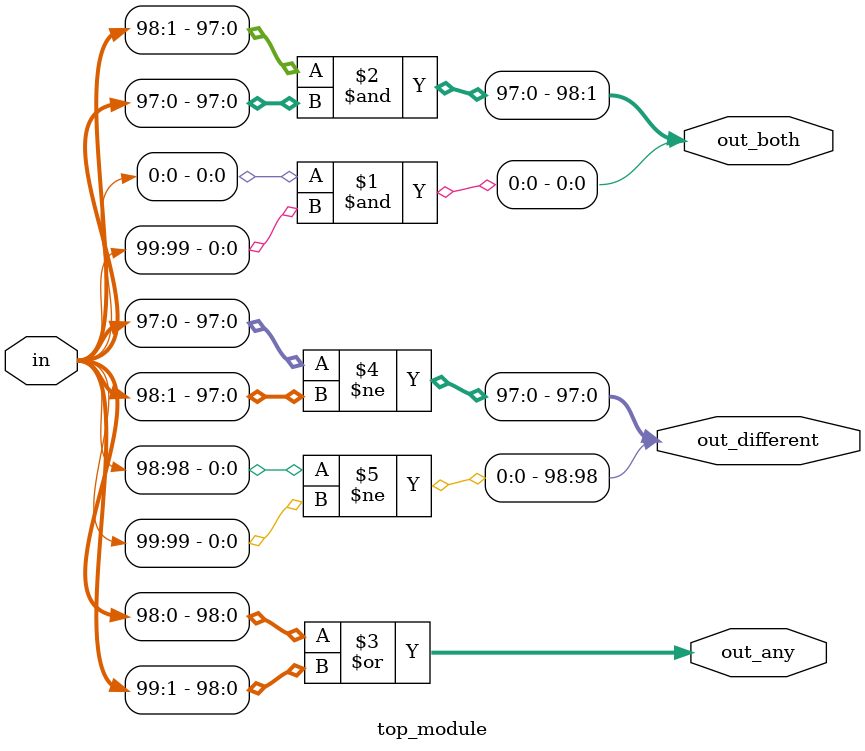
<source format=sv>
module top_module (
	input [99:0] in,
	output [98:0] out_both,
	output [99:1] out_any,
	output [99:0] out_different
);

	// Logic for out_both
	assign out_both[0] = in[0] & in[99];
	assign out_both[1:98] = in[1:98] & in[0:97];
	
	// Logic for out_any
	assign out_any[1:99] = in[0:98] | in[1:99];
	
	// Logic for out_different
	assign out_different[0:97] = in[0:97] != in[1:98];
	assign out_different[98] = in[98] != in[99];

endmodule

</source>
